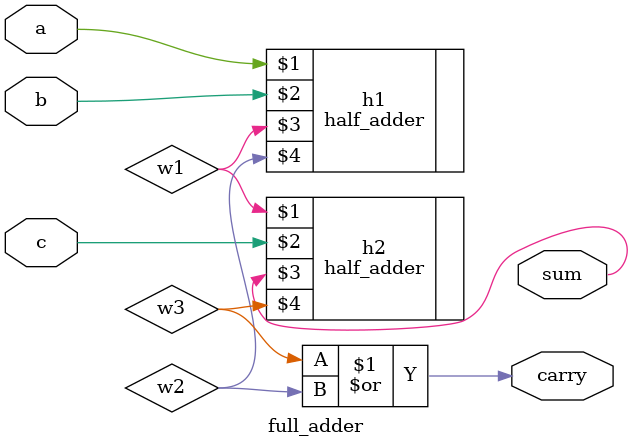
<source format=v>
module full_adder(a,b,c,sum,carry);

   input a,b,c;
   output sum,carry;
   
   wire w1,w2,w3;
   
   half_adder h1(a,b,w1,w2);
   half_adder h2(w1,c,sum,w3);
   or o1 (carry,w3,w2);
   
endmodule   
</source>
